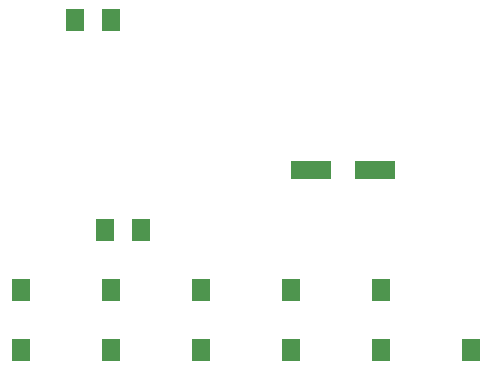
<source format=gtp>
G04 MADE WITH FRITZING*
G04 WWW.FRITZING.ORG*
G04 DOUBLE SIDED*
G04 HOLES PLATED*
G04 CONTOUR ON CENTER OF CONTOUR VECTOR*
%ASAXBY*%
%FSLAX23Y23*%
%MOIN*%
%OFA0B0*%
%SFA1.0B1.0*%
%ADD10R,0.137795X0.062992*%
%ADD11R,0.062992X0.074803*%
%LNPASTEMASK1*%
G90*
G70*
G54D10*
X1885Y1750D03*
X2098Y1750D03*
G54D11*
X1098Y2250D03*
X1220Y2250D03*
X1198Y1550D03*
X1320Y1550D03*
X920Y1350D03*
X1220Y1350D03*
X1820Y1350D03*
X1520Y1350D03*
X2120Y1350D03*
X2420Y1150D03*
X2120Y1150D03*
X1820Y1150D03*
X1520Y1150D03*
X1220Y1150D03*
X920Y1150D03*
G04 End of PasteMask1*
M02*
</source>
